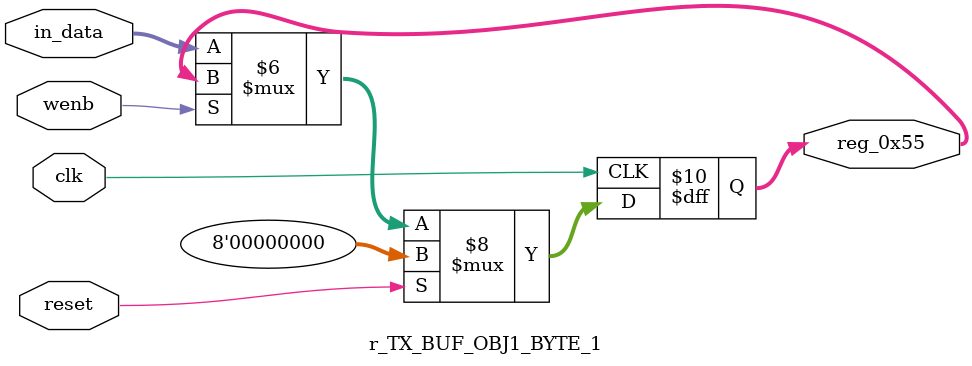
<source format=v>
module r_TX_BUF_OBJ1_BYTE_1(output reg [7:0] reg_0x55, input wire reset, input wire wenb, input wire [7:0] in_data, input wire clk);
	always@(posedge clk)
	begin
		if(reset==0) begin
			if(wenb==0)
				reg_0x55<=in_data;
			else
				reg_0x55<=reg_0x55;
		end
		else
			reg_0x55<=8'h00;
	end
endmodule
</source>
